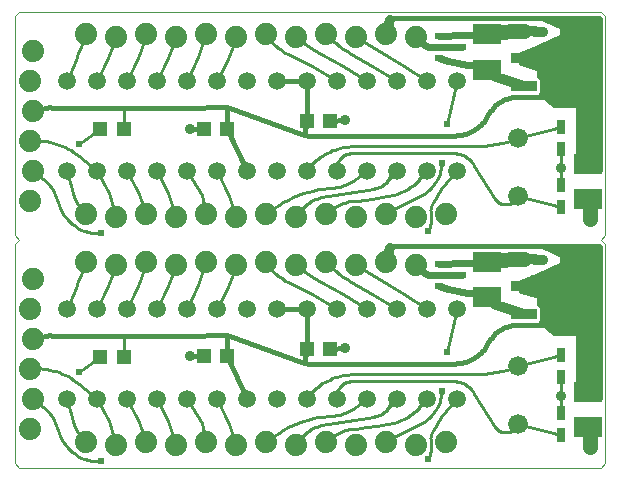
<source format=gtl>
G75*
G70*
%OFA0B0*%
%FSLAX24Y24*%
%IPPOS*%
%LPD*%
%AMOC8*
5,1,8,0,0,1.08239X$1,22.5*
%
%ADD10C,0.0000*%
%ADD11C,0.0591*%
%ADD12C,0.0660*%
%ADD13R,0.0906X0.0374*%
%ADD14R,0.0748X0.1280*%
%ADD15C,0.0740*%
%ADD16R,0.0315X0.0472*%
%ADD17R,0.0472X0.0472*%
%ADD18R,0.0945X0.0709*%
%ADD19R,0.0276X0.0236*%
%ADD20C,0.0100*%
%ADD21C,0.0160*%
%ADD22C,0.0320*%
%ADD23C,0.0500*%
%ADD24C,0.0356*%
%ADD25C,0.0240*%
%ADD26C,0.0120*%
%ADD27C,0.0240*%
D10*
X002416Y003180D02*
X002416Y003180D01*
X002259Y003337D01*
X002259Y003338D02*
X002259Y010621D01*
X002416Y010778D01*
X002259Y010936D01*
X002259Y010937D02*
X002259Y018219D01*
X002416Y018377D01*
X021786Y018377D01*
X021944Y018219D01*
X021944Y010936D01*
X021786Y010778D01*
X021944Y010621D01*
X021944Y003337D01*
X021944Y003337D01*
X021786Y003180D01*
X021785Y003180D02*
X002416Y003180D01*
X002416Y010778D02*
X002416Y010778D01*
X021944Y010935D02*
X021944Y010936D01*
D11*
X016986Y013078D03*
X015986Y013078D03*
X014986Y013078D03*
X013986Y013078D03*
X012986Y013078D03*
X011986Y013078D03*
X010986Y013078D03*
X009986Y013078D03*
X008986Y013078D03*
X007986Y013078D03*
X006986Y013078D03*
X005986Y013078D03*
X004986Y013078D03*
X003986Y013078D03*
X003986Y016078D03*
X004986Y016078D03*
X005986Y016078D03*
X006986Y016078D03*
X007986Y016078D03*
X008986Y016078D03*
X009986Y016078D03*
X010986Y016078D03*
X011986Y016078D03*
X012986Y016078D03*
X013986Y016078D03*
X014986Y016078D03*
X015986Y016078D03*
X016986Y016078D03*
X016986Y008480D03*
X015986Y008480D03*
X014986Y008480D03*
X013986Y008480D03*
X012986Y008480D03*
X011986Y008480D03*
X010986Y008480D03*
X009986Y008480D03*
X008986Y008480D03*
X007986Y008480D03*
X006986Y008480D03*
X005986Y008480D03*
X004986Y008480D03*
X003986Y008480D03*
X003986Y005480D03*
X004986Y005480D03*
X005986Y005480D03*
X006986Y005480D03*
X007986Y005480D03*
X008986Y005480D03*
X009986Y005480D03*
X010986Y005480D03*
X011986Y005480D03*
X012986Y005480D03*
X013986Y005480D03*
X014986Y005480D03*
X015986Y005480D03*
X016986Y005480D03*
D12*
X019044Y004641D03*
X019044Y006562D03*
X019044Y012239D03*
X019044Y014160D03*
D13*
X019237Y015915D03*
X019237Y016820D03*
X019237Y017726D03*
X019237Y010127D03*
X019237Y009222D03*
X019237Y008316D03*
D14*
X021442Y009222D03*
X021442Y016820D03*
D15*
X016632Y011628D03*
X015632Y011528D03*
X014632Y011628D03*
X013632Y011528D03*
X012632Y011628D03*
X011632Y011528D03*
X010632Y011628D03*
X009632Y011528D03*
X008632Y011628D03*
X007632Y011528D03*
X006632Y011628D03*
X005632Y011528D03*
X004632Y011628D03*
X004632Y010030D03*
X005632Y009930D03*
X006632Y010030D03*
X007632Y009930D03*
X008632Y010030D03*
X009632Y009930D03*
X010632Y010030D03*
X011632Y009930D03*
X012632Y010030D03*
X013632Y009930D03*
X014632Y010030D03*
X015632Y009930D03*
X016632Y004030D03*
X015632Y003930D03*
X014632Y004030D03*
X013632Y003930D03*
X012632Y004030D03*
X011632Y003930D03*
X010632Y004030D03*
X009632Y003930D03*
X008632Y004030D03*
X007632Y003930D03*
X006632Y004030D03*
X005632Y003930D03*
X004632Y004030D03*
X002773Y004480D03*
X002873Y005480D03*
X002773Y006480D03*
X002873Y007480D03*
X002773Y008480D03*
X002873Y009480D03*
X002773Y012078D03*
X002873Y013078D03*
X002773Y014078D03*
X002873Y015078D03*
X002773Y016078D03*
X002873Y017078D03*
X004632Y017628D03*
X005632Y017528D03*
X006632Y017628D03*
X007632Y017528D03*
X008632Y017628D03*
X009632Y017528D03*
X010632Y017628D03*
X011632Y017528D03*
X012632Y017628D03*
X013632Y017528D03*
X014632Y017628D03*
X015632Y017528D03*
D16*
X020452Y014519D03*
X020452Y013810D03*
X020452Y012589D03*
X020452Y011881D03*
X020452Y006920D03*
X020452Y006211D03*
X020452Y004991D03*
X020452Y004282D03*
D17*
X012774Y007135D03*
X011987Y007135D03*
X009349Y006884D03*
X008562Y006884D03*
X005885Y006881D03*
X005097Y006881D03*
X005097Y014479D03*
X005885Y014479D03*
X008562Y014482D03*
X009349Y014482D03*
X011987Y014734D03*
X012774Y014734D03*
D18*
X018011Y016449D03*
X018011Y017630D03*
X021359Y013310D03*
X021359Y012129D03*
X018011Y010032D03*
X018011Y008851D03*
X021359Y005711D03*
X021359Y004530D03*
D19*
X017180Y009597D03*
X016393Y009223D03*
X016393Y009971D03*
X016393Y016822D03*
X016393Y017570D03*
X017180Y017196D03*
D20*
X017573Y013220D02*
X018282Y012117D01*
X018283Y012117D02*
X018310Y012086D01*
X018339Y012059D01*
X018371Y012034D01*
X018406Y012012D01*
X018442Y011994D01*
X018479Y011979D01*
X018518Y011967D01*
X018557Y011959D01*
X018598Y011954D01*
X018638Y011953D01*
X018679Y011956D01*
X018719Y011962D01*
X018758Y011972D01*
X018796Y011986D01*
X018833Y012003D01*
X018868Y012023D01*
X018901Y012046D01*
X018932Y012072D01*
X018960Y012101D01*
X018986Y012133D01*
X019008Y012166D01*
X019028Y012202D01*
X019044Y012239D01*
X020452Y011881D01*
X020452Y012589D02*
X020452Y013180D01*
X020452Y013810D01*
X020452Y014519D02*
X019044Y014160D01*
X017337Y013889D02*
X013558Y013889D01*
X013479Y013652D02*
X016904Y013652D01*
X016957Y013650D01*
X017009Y013645D01*
X017061Y013635D01*
X017112Y013622D01*
X017162Y013606D01*
X017211Y013585D01*
X017258Y013562D01*
X017303Y013535D01*
X017346Y013505D01*
X017387Y013471D01*
X017426Y013435D01*
X017461Y013396D01*
X017494Y013355D01*
X017524Y013312D01*
X017550Y013266D01*
X017573Y013219D01*
X016668Y014637D02*
X016986Y016078D01*
X015986Y016078D02*
X015247Y016578D01*
X014986Y016078D02*
X014168Y016578D01*
X013450Y016978D01*
X013208Y016578D02*
X012450Y016978D01*
X012168Y016578D02*
X011350Y016978D01*
X012168Y016578D02*
X012986Y016078D01*
X013208Y016578D02*
X013986Y016078D01*
X011632Y009930D02*
X011828Y009781D01*
X012030Y009639D01*
X012238Y009506D01*
X012450Y009380D01*
X013208Y008980D01*
X013986Y008480D01*
X014168Y008980D02*
X013450Y009380D01*
X012889Y012510D02*
X012713Y012499D01*
X012538Y012479D01*
X012364Y012452D01*
X012191Y012416D01*
X012021Y012371D01*
X011852Y012319D01*
X011687Y012259D01*
X011524Y012191D01*
X011365Y012115D01*
X011209Y012032D01*
X011058Y011941D01*
X010911Y011844D01*
X010769Y011739D01*
X010633Y011628D01*
X009632Y011528D02*
X009408Y012218D01*
X008986Y013078D01*
X008486Y012257D02*
X008632Y011628D01*
X008486Y012257D02*
X007986Y013078D01*
X007368Y012318D02*
X007632Y011528D01*
X007368Y012318D02*
X006986Y013078D01*
X006389Y012297D02*
X006632Y011628D01*
X006389Y012297D02*
X005986Y013078D01*
X004227Y012196D02*
X004254Y012131D01*
X004284Y012067D01*
X004318Y012005D01*
X004354Y011945D01*
X004394Y011887D01*
X004436Y011831D01*
X004481Y011776D01*
X004529Y011725D01*
X004579Y011675D01*
X004632Y011628D01*
X004621Y011053D02*
X004683Y011037D01*
X004746Y011023D01*
X004810Y011013D01*
X004875Y011007D01*
X004939Y011003D01*
X005004Y011003D01*
X005068Y011007D01*
X005133Y011014D01*
X005632Y011528D02*
X005386Y012318D01*
X004986Y013078D01*
X004385Y013574D01*
X004385Y013967D02*
X005097Y014479D01*
X005885Y014479D02*
X005885Y015178D01*
X005986Y016078D02*
X006329Y016778D01*
X006986Y016078D02*
X007329Y016778D01*
X007986Y016078D02*
X008368Y016878D01*
X009329Y016739D02*
X008986Y016078D01*
X004632Y017628D02*
X004536Y017422D01*
X004450Y017211D01*
X004373Y016996D01*
X004308Y016778D01*
X003986Y016078D01*
X004986Y016078D02*
X005329Y016778D01*
X003986Y013078D02*
X004227Y012196D01*
X003755Y011841D02*
X003788Y011774D01*
X003824Y011708D01*
X003864Y011644D01*
X003907Y011582D01*
X003953Y011523D01*
X004001Y011466D01*
X004053Y011411D01*
X004107Y011359D01*
X004164Y011310D01*
X004224Y011264D01*
X004285Y011220D01*
X004349Y011180D01*
X004414Y011144D01*
X004482Y011110D01*
X004551Y011080D01*
X004621Y011054D01*
X003361Y012668D02*
X002873Y013078D01*
X002773Y014078D02*
X002881Y014085D01*
X002989Y014086D01*
X003097Y014082D01*
X003205Y014072D01*
X003313Y014058D01*
X003419Y014038D01*
X003524Y014013D01*
X003628Y013983D01*
X003731Y013949D01*
X003831Y013909D01*
X003930Y013864D01*
X004027Y013815D01*
X004120Y013761D01*
X004212Y013703D01*
X004300Y013640D01*
X004385Y013574D01*
X003361Y012668D02*
X003416Y012594D01*
X003468Y012518D01*
X003517Y012440D01*
X003562Y012359D01*
X003603Y012277D01*
X003641Y012193D01*
X003675Y012107D01*
X003706Y012020D01*
X003732Y011931D01*
X003754Y011842D01*
X006632Y010030D02*
X006571Y009813D01*
X006499Y009598D01*
X006419Y009387D01*
X006329Y009180D01*
X005986Y008480D01*
X005885Y007580D02*
X005885Y006881D01*
X005097Y006881D02*
X004385Y006369D01*
X004385Y005975D02*
X004986Y005480D01*
X005386Y004719D01*
X005632Y003930D01*
X005133Y003416D02*
X005068Y003409D01*
X005004Y003405D01*
X004939Y003405D01*
X004875Y003409D01*
X004810Y003415D01*
X004746Y003425D01*
X004683Y003439D01*
X004621Y003455D01*
X004227Y004597D02*
X003986Y005480D01*
X003361Y005070D02*
X002873Y005480D01*
X002773Y006480D02*
X002881Y006487D01*
X002989Y006488D01*
X003097Y006484D01*
X003205Y006474D01*
X003313Y006460D01*
X003419Y006440D01*
X003524Y006415D01*
X003628Y006385D01*
X003731Y006351D01*
X003831Y006311D01*
X003930Y006266D01*
X004027Y006217D01*
X004120Y006163D01*
X004212Y006105D01*
X004300Y006042D01*
X004385Y005976D01*
X003755Y004243D02*
X003788Y004176D01*
X003824Y004110D01*
X003864Y004046D01*
X003907Y003984D01*
X003953Y003925D01*
X004001Y003868D01*
X004053Y003813D01*
X004107Y003761D01*
X004164Y003712D01*
X004224Y003666D01*
X004285Y003622D01*
X004349Y003582D01*
X004414Y003546D01*
X004482Y003512D01*
X004551Y003482D01*
X004621Y003456D01*
X004632Y004029D02*
X004579Y004076D01*
X004529Y004126D01*
X004481Y004177D01*
X004436Y004232D01*
X004394Y004288D01*
X004354Y004346D01*
X004318Y004406D01*
X004284Y004468D01*
X004254Y004532D01*
X004227Y004597D01*
X005986Y005480D02*
X006389Y004698D01*
X006632Y004030D01*
X007632Y003930D02*
X007368Y004719D01*
X006986Y005480D01*
X007986Y005480D02*
X008486Y004659D01*
X008632Y004030D01*
X009408Y004619D02*
X009632Y003930D01*
X009408Y004619D02*
X008986Y005480D01*
X004308Y009180D02*
X004373Y009398D01*
X004450Y009613D01*
X004536Y009824D01*
X004632Y010030D01*
X004308Y009180D02*
X003986Y008480D01*
X004986Y008480D02*
X005329Y009180D01*
X006986Y008480D02*
X007329Y009180D01*
X007986Y008480D02*
X008368Y009280D01*
X009329Y009141D02*
X008986Y008480D01*
X011350Y009380D02*
X012168Y008980D01*
X012986Y008480D01*
X014168Y008980D02*
X014986Y008480D01*
X015247Y008980D02*
X015986Y008480D01*
X016986Y008480D02*
X016668Y007038D01*
X017337Y006290D02*
X013558Y006290D01*
X013479Y006054D02*
X016904Y006054D01*
X016957Y006052D01*
X017009Y006047D01*
X017061Y006037D01*
X017112Y006024D01*
X017162Y006008D01*
X017211Y005987D01*
X017258Y005964D01*
X017303Y005937D01*
X017346Y005907D01*
X017387Y005873D01*
X017426Y005837D01*
X017461Y005798D01*
X017494Y005757D01*
X017524Y005714D01*
X017550Y005668D01*
X017573Y005621D01*
X018283Y004519D02*
X018310Y004488D01*
X018339Y004461D01*
X018371Y004436D01*
X018406Y004414D01*
X018442Y004396D01*
X018479Y004381D01*
X018518Y004369D01*
X018557Y004361D01*
X018598Y004356D01*
X018638Y004355D01*
X018679Y004358D01*
X018719Y004364D01*
X018758Y004374D01*
X018796Y004388D01*
X018833Y004405D01*
X018868Y004425D01*
X018901Y004448D01*
X018932Y004474D01*
X018960Y004503D01*
X018986Y004535D01*
X019008Y004568D01*
X019028Y004604D01*
X019044Y004641D01*
X020452Y004282D01*
X020452Y004991D02*
X020452Y005582D01*
X020452Y006211D01*
X020452Y006920D02*
X019044Y006562D01*
X015645Y012156D02*
X015433Y012069D01*
X015226Y011972D01*
X015023Y011866D01*
X014825Y011751D01*
X014632Y011628D01*
X016117Y011723D02*
X016125Y011657D01*
X016131Y011591D01*
X016133Y011525D01*
X016132Y011459D01*
X016127Y011393D01*
X016120Y011327D01*
X016109Y011262D01*
X016095Y011197D01*
X016077Y011133D01*
X016078Y011133D02*
X016078Y011118D01*
X016075Y011103D01*
X016069Y011088D01*
X016061Y011075D01*
X016051Y011064D01*
X016038Y011055D01*
X016117Y011723D02*
X016116Y011760D01*
X016118Y011796D01*
X016124Y011832D01*
X016132Y011868D01*
X016144Y011903D01*
X016158Y011936D01*
X016176Y011968D01*
X016196Y011999D01*
X015645Y012156D02*
X015712Y012186D01*
X015777Y012219D01*
X015840Y012256D01*
X015901Y012295D01*
X015959Y012338D01*
X016016Y012385D01*
X016070Y012434D01*
X016121Y012485D01*
X016170Y012540D01*
X016215Y012597D01*
X016258Y012656D01*
X016297Y012717D01*
X016333Y012781D01*
X016365Y012846D01*
X016394Y012913D01*
X016420Y012981D01*
X016442Y013051D01*
X016460Y013121D01*
X016474Y013193D01*
X016485Y013265D01*
X016492Y013337D01*
X013450Y009380D02*
X013321Y009456D01*
X013195Y009538D01*
X013074Y009626D01*
X012956Y009719D01*
X012843Y009818D01*
X012735Y009922D01*
X012632Y010030D01*
X011632Y011529D02*
X011669Y011592D01*
X011710Y011654D01*
X011753Y011713D01*
X011800Y011770D01*
X011850Y011824D01*
X011902Y011876D01*
X011957Y011924D01*
X012015Y011970D01*
X012075Y012012D01*
X012138Y012052D01*
X012202Y012087D01*
X012268Y012120D01*
X012336Y012148D01*
X012405Y012173D01*
X012475Y012195D01*
X012547Y012212D01*
X012619Y012226D01*
X012692Y012235D01*
X013636Y004480D02*
X013980Y004518D01*
X014321Y004570D01*
X014660Y004637D01*
X016117Y004125D02*
X016125Y004059D01*
X016131Y003993D01*
X016133Y003927D01*
X016132Y003861D01*
X016127Y003795D01*
X016120Y003729D01*
X016109Y003664D01*
X016095Y003599D01*
X016077Y003535D01*
X016078Y003534D02*
X016078Y003519D01*
X016075Y003504D01*
X016069Y003489D01*
X016061Y003476D01*
X016051Y003465D01*
X016038Y003456D01*
X016117Y004125D02*
X016116Y004162D01*
X016118Y004198D01*
X016124Y004234D01*
X016132Y004270D01*
X016144Y004305D01*
X016158Y004338D01*
X016176Y004370D01*
X016196Y004401D01*
X015645Y004558D02*
X015712Y004588D01*
X015777Y004621D01*
X015840Y004658D01*
X015901Y004697D01*
X015959Y004740D01*
X016016Y004787D01*
X016070Y004836D01*
X016121Y004887D01*
X016170Y004942D01*
X016215Y004999D01*
X016258Y005058D01*
X016297Y005119D01*
X016333Y005183D01*
X016365Y005248D01*
X016394Y005315D01*
X016420Y005383D01*
X016442Y005453D01*
X016460Y005523D01*
X016474Y005595D01*
X016485Y005667D01*
X016492Y005739D01*
X015763Y005188D02*
X015704Y005128D01*
X015642Y005071D01*
X015578Y005017D01*
X015511Y004967D01*
X015442Y004919D01*
X015371Y004875D01*
X015298Y004834D01*
X015223Y004796D01*
X015146Y004762D01*
X015068Y004732D01*
X014988Y004705D01*
X014907Y004682D01*
X014826Y004663D01*
X014743Y004648D01*
X014660Y004636D01*
X013986Y005480D02*
X013519Y005149D01*
X012986Y005480D02*
X012981Y005522D01*
X012980Y005565D01*
X012983Y005608D01*
X012989Y005651D01*
X012999Y005692D01*
X013013Y005733D01*
X013030Y005773D01*
X013050Y005810D01*
X013074Y005846D01*
X013100Y005880D01*
X013130Y005911D01*
X013162Y005940D01*
X013196Y005966D01*
X013232Y005989D01*
X013271Y006008D01*
X013310Y006025D01*
X013351Y006037D01*
X013393Y006047D01*
X013436Y006052D01*
X013479Y006054D01*
X014227Y004874D02*
X014281Y004886D01*
X014335Y004903D01*
X014387Y004922D01*
X014437Y004946D01*
X014486Y004972D01*
X014533Y005002D01*
X014578Y005034D01*
X014621Y005070D01*
X014662Y005108D01*
X014699Y005149D01*
X013558Y006290D02*
X013466Y006288D01*
X013375Y006281D01*
X013283Y006270D01*
X013193Y006255D01*
X013103Y006236D01*
X013015Y006212D01*
X012927Y006184D01*
X012841Y006152D01*
X012757Y006116D01*
X012674Y006076D01*
X012594Y006032D01*
X012515Y005984D01*
X012439Y005932D01*
X012366Y005877D01*
X012295Y005819D01*
X012227Y005757D01*
X012162Y005692D01*
X012100Y005624D01*
X012042Y005553D01*
X011987Y005480D01*
X012889Y004913D02*
X012956Y004921D01*
X013023Y004933D01*
X013090Y004949D01*
X013155Y004968D01*
X013219Y004990D01*
X013282Y005015D01*
X013344Y005044D01*
X013404Y005076D01*
X013462Y005111D01*
X013519Y005149D01*
X012692Y004636D02*
X012619Y004627D01*
X012547Y004613D01*
X012475Y004596D01*
X012405Y004574D01*
X012336Y004549D01*
X012268Y004521D01*
X012202Y004488D01*
X012138Y004453D01*
X012075Y004413D01*
X012015Y004371D01*
X011957Y004325D01*
X011902Y004277D01*
X011850Y004225D01*
X011800Y004171D01*
X011753Y004114D01*
X011710Y004055D01*
X011669Y003993D01*
X011632Y003930D01*
X012632Y004030D02*
X012685Y004083D01*
X012742Y004133D01*
X012800Y004180D01*
X012861Y004224D01*
X012925Y004264D01*
X012990Y004302D01*
X013057Y004336D01*
X013125Y004367D01*
X013195Y004394D01*
X013267Y004417D01*
X013339Y004437D01*
X013413Y004454D01*
X013487Y004466D01*
X013561Y004475D01*
X013636Y004480D01*
X012889Y004912D02*
X012713Y004901D01*
X012538Y004881D01*
X012364Y004854D01*
X012191Y004818D01*
X012021Y004773D01*
X011852Y004721D01*
X011687Y004661D01*
X011524Y004593D01*
X011365Y004517D01*
X011209Y004434D01*
X011058Y004343D01*
X010911Y004246D01*
X010769Y004141D01*
X010633Y004030D01*
X012632Y011628D02*
X012685Y011681D01*
X012742Y011731D01*
X012800Y011778D01*
X012861Y011822D01*
X012925Y011862D01*
X012990Y011900D01*
X013057Y011934D01*
X013125Y011965D01*
X013195Y011992D01*
X013267Y012015D01*
X013339Y012035D01*
X013413Y012052D01*
X013487Y012064D01*
X013561Y012073D01*
X013636Y012078D01*
X013558Y013888D02*
X013466Y013886D01*
X013375Y013879D01*
X013283Y013868D01*
X013193Y013853D01*
X013103Y013834D01*
X013015Y013810D01*
X012927Y013782D01*
X012841Y013750D01*
X012757Y013714D01*
X012674Y013674D01*
X012594Y013630D01*
X012515Y013582D01*
X012439Y013530D01*
X012366Y013475D01*
X012295Y013417D01*
X012227Y013355D01*
X012162Y013290D01*
X012100Y013222D01*
X012042Y013151D01*
X011987Y013078D01*
X012889Y012511D02*
X012956Y012519D01*
X013023Y012531D01*
X013090Y012547D01*
X013155Y012566D01*
X013219Y012588D01*
X013282Y012613D01*
X013344Y012642D01*
X013404Y012674D01*
X013462Y012709D01*
X013519Y012747D01*
X013986Y013078D01*
X014227Y012472D02*
X014281Y012484D01*
X014335Y012501D01*
X014387Y012520D01*
X014437Y012544D01*
X014486Y012570D01*
X014533Y012600D01*
X014578Y012632D01*
X014621Y012668D01*
X014662Y012706D01*
X014699Y012747D01*
X013479Y013653D02*
X013436Y013651D01*
X013393Y013646D01*
X013351Y013636D01*
X013310Y013624D01*
X013271Y013607D01*
X013232Y013588D01*
X013196Y013565D01*
X013162Y013539D01*
X013130Y013510D01*
X013100Y013479D01*
X013074Y013445D01*
X013050Y013409D01*
X013030Y013372D01*
X013013Y013332D01*
X012999Y013291D01*
X012989Y013250D01*
X012983Y013207D01*
X012980Y013164D01*
X012981Y013121D01*
X012986Y013079D01*
X014660Y012234D02*
X014743Y012246D01*
X014826Y012261D01*
X014907Y012280D01*
X014988Y012303D01*
X015068Y012330D01*
X015146Y012360D01*
X015223Y012394D01*
X015298Y012432D01*
X015371Y012473D01*
X015442Y012517D01*
X015511Y012565D01*
X015578Y012615D01*
X015642Y012669D01*
X015704Y012726D01*
X015763Y012786D01*
X017337Y006290D02*
X017530Y006287D01*
X017724Y006292D01*
X017916Y006306D01*
X018108Y006328D01*
X018299Y006358D01*
X018488Y006397D01*
X018676Y006444D01*
X018861Y006499D01*
X019043Y006562D01*
X008632Y010030D02*
X008495Y009657D01*
X008369Y009280D01*
X010632Y010031D02*
X010672Y009966D01*
X010715Y009904D01*
X010760Y009843D01*
X010809Y009785D01*
X010860Y009729D01*
X010914Y009676D01*
X010970Y009625D01*
X011028Y009577D01*
X011089Y009532D01*
X011151Y009490D01*
X011216Y009450D01*
X011282Y009414D01*
X011350Y009381D01*
X017337Y013889D02*
X017530Y013886D01*
X017724Y013891D01*
X017916Y013905D01*
X018108Y013927D01*
X018299Y013957D01*
X018488Y013996D01*
X018676Y014043D01*
X018861Y014098D01*
X019043Y014161D01*
X008632Y017628D02*
X008495Y017255D01*
X008369Y016878D01*
X010632Y017629D02*
X010672Y017564D01*
X010715Y017502D01*
X010760Y017441D01*
X010809Y017383D01*
X010860Y017327D01*
X010914Y017274D01*
X010970Y017223D01*
X011028Y017175D01*
X011089Y017130D01*
X011151Y017088D01*
X011216Y017048D01*
X011282Y017012D01*
X011350Y016979D01*
X013636Y012078D02*
X013980Y012116D01*
X014321Y012168D01*
X014660Y012235D01*
X016195Y011999D02*
X016333Y012229D01*
X016482Y012452D01*
X016640Y012669D01*
X016808Y012878D01*
X016986Y013079D01*
X013450Y016978D02*
X013321Y017054D01*
X013195Y017136D01*
X013074Y017224D01*
X012956Y017317D01*
X012843Y017416D01*
X012735Y017520D01*
X012632Y017628D01*
X012450Y016978D02*
X012238Y017104D01*
X012030Y017237D01*
X011828Y017379D01*
X011632Y017528D01*
X006632Y017628D02*
X006571Y017411D01*
X006499Y017196D01*
X006419Y016985D01*
X006329Y016778D01*
X009632Y009930D02*
X009486Y009533D01*
X009328Y009141D01*
X003361Y005069D02*
X003416Y004995D01*
X003468Y004919D01*
X003517Y004841D01*
X003562Y004760D01*
X003603Y004678D01*
X003641Y004594D01*
X003675Y004508D01*
X003706Y004421D01*
X003732Y004332D01*
X003754Y004243D01*
X017573Y005621D02*
X018282Y004518D01*
X016986Y005480D02*
X016808Y005279D01*
X016640Y005070D01*
X016482Y004853D01*
X016333Y004630D01*
X016195Y004400D01*
X015645Y004558D02*
X015433Y004471D01*
X015226Y004374D01*
X015023Y004268D01*
X014825Y004153D01*
X014632Y004030D01*
X007328Y009180D02*
X007486Y009553D01*
X007631Y009930D01*
X005631Y009930D02*
X005486Y009553D01*
X005328Y009180D01*
X009328Y016740D02*
X009486Y017132D01*
X009632Y017529D01*
X007631Y017528D02*
X007486Y017151D01*
X007328Y016778D01*
X005631Y017528D02*
X005486Y017151D01*
X005328Y016778D01*
X012691Y004637D02*
X014227Y004873D01*
X012691Y012235D02*
X014227Y012471D01*
X013632Y009929D02*
X015247Y008979D01*
X015247Y016578D02*
X013632Y017528D01*
D21*
X014750Y018098D02*
X014761Y018117D01*
X014775Y018135D01*
X014791Y018150D01*
X014809Y018162D01*
X014829Y018172D01*
X014850Y018178D01*
X020526Y018180D01*
X021442Y016820D01*
X021764Y016813D02*
X019144Y016813D01*
X019144Y016678D02*
X019144Y016978D01*
X019644Y017178D01*
X020491Y017550D01*
X020491Y017865D01*
X019841Y018178D01*
X021730Y018178D01*
X021764Y018145D01*
X021764Y013112D01*
X021044Y013112D01*
X021044Y015257D01*
X020244Y015257D01*
X019798Y015638D01*
X019830Y015670D01*
X019830Y016160D01*
X019748Y016242D01*
X019746Y016242D01*
X019746Y016482D01*
X019144Y016678D01*
X019219Y016654D02*
X021764Y016654D01*
X021764Y016496D02*
X019705Y016496D01*
X019746Y016337D02*
X021764Y016337D01*
X021764Y016179D02*
X019811Y016179D01*
X019830Y016020D02*
X021764Y016020D01*
X021764Y015862D02*
X019830Y015862D01*
X019830Y015703D02*
X021764Y015703D01*
X021764Y015545D02*
X019907Y015545D01*
X019936Y015542D02*
X019030Y015542D01*
X018967Y015540D01*
X018903Y015535D01*
X018841Y015526D01*
X018778Y015513D01*
X018717Y015497D01*
X018657Y015478D01*
X018598Y015455D01*
X018540Y015429D01*
X018484Y015399D01*
X018429Y015366D01*
X018377Y015331D01*
X018327Y015292D01*
X018279Y015251D01*
X018233Y015207D01*
X018190Y015160D01*
X018150Y015111D01*
X018112Y015060D01*
X018078Y015007D01*
X018046Y014952D01*
X018011Y014889D01*
X017972Y014828D01*
X017929Y014769D01*
X017884Y014713D01*
X017835Y014659D01*
X017784Y014608D01*
X017730Y014560D01*
X017674Y014515D01*
X017615Y014473D01*
X017554Y014434D01*
X017491Y014398D01*
X017426Y014366D01*
X017360Y014338D01*
X017292Y014313D01*
X017222Y014292D01*
X017152Y014274D01*
X017081Y014261D01*
X017009Y014251D01*
X016937Y014245D01*
X016865Y014243D01*
X012101Y014243D01*
X011908Y014261D01*
X009349Y015188D01*
X009349Y014482D01*
X009986Y013078D01*
X008562Y014482D02*
X008089Y014482D01*
X007866Y015178D02*
X009349Y015188D01*
X007866Y015178D02*
X005885Y015178D01*
X003486Y015178D01*
X003440Y015188D01*
X002873Y015078D01*
X003440Y007589D02*
X002873Y007480D01*
X003440Y007589D02*
X003486Y007580D01*
X005885Y007580D01*
X007866Y007580D01*
X009349Y007589D01*
X011908Y006663D01*
X012101Y006645D01*
X016865Y006645D01*
X016865Y006644D02*
X016937Y006646D01*
X017009Y006652D01*
X017081Y006662D01*
X017152Y006675D01*
X017222Y006693D01*
X017292Y006714D01*
X017360Y006739D01*
X017426Y006767D01*
X017491Y006799D01*
X017554Y006835D01*
X017615Y006874D01*
X017674Y006916D01*
X017730Y006961D01*
X017784Y007009D01*
X017835Y007060D01*
X017884Y007114D01*
X017929Y007170D01*
X017972Y007229D01*
X018011Y007290D01*
X018046Y007353D01*
X018078Y007408D01*
X018112Y007461D01*
X018150Y007512D01*
X018190Y007561D01*
X018233Y007608D01*
X018279Y007652D01*
X018327Y007693D01*
X018377Y007732D01*
X018429Y007767D01*
X018484Y007800D01*
X018540Y007830D01*
X018598Y007856D01*
X018657Y007879D01*
X018717Y007898D01*
X018778Y007914D01*
X018841Y007927D01*
X018903Y007936D01*
X018967Y007941D01*
X019030Y007943D01*
X019030Y007944D02*
X019936Y007944D01*
X019919Y007937D02*
X021764Y007937D01*
X021764Y008095D02*
X019830Y008095D01*
X019830Y008071D02*
X019830Y008561D01*
X019748Y008643D01*
X019746Y008643D01*
X019746Y008884D01*
X019144Y009080D01*
X019144Y009380D01*
X019644Y009580D01*
X020491Y009952D01*
X020491Y010267D01*
X019841Y010580D01*
X021730Y010580D01*
X021764Y010546D01*
X021764Y005514D01*
X021044Y005514D01*
X021044Y007659D01*
X020244Y007659D01*
X019798Y008039D01*
X019830Y008071D01*
X019830Y008254D02*
X021764Y008254D01*
X021764Y008412D02*
X019830Y008412D01*
X019821Y008571D02*
X021764Y008571D01*
X021764Y008729D02*
X019746Y008729D01*
X019735Y008888D02*
X021764Y008888D01*
X021764Y009046D02*
X019248Y009046D01*
X019144Y009205D02*
X021764Y009205D01*
X021764Y009363D02*
X019144Y009363D01*
X019498Y009522D02*
X021764Y009522D01*
X021764Y009680D02*
X019872Y009680D01*
X020233Y009839D02*
X021764Y009839D01*
X021764Y009997D02*
X020491Y009997D01*
X020491Y010156D02*
X021764Y010156D01*
X021764Y010314D02*
X020393Y010314D01*
X020526Y010582D02*
X021442Y009222D01*
X020251Y009204D02*
X020841Y007708D01*
X021044Y007620D02*
X021764Y007620D01*
X021764Y007778D02*
X020104Y007778D01*
X021044Y007461D02*
X021764Y007461D01*
X021764Y007303D02*
X021044Y007303D01*
X021044Y007144D02*
X021764Y007144D01*
X021764Y006986D02*
X021044Y006986D01*
X021044Y006827D02*
X021764Y006827D01*
X021764Y006669D02*
X021044Y006669D01*
X021044Y006510D02*
X021764Y006510D01*
X021764Y006352D02*
X021044Y006352D01*
X021044Y006193D02*
X021764Y006193D01*
X021764Y006035D02*
X021044Y006035D01*
X021044Y005876D02*
X021764Y005876D01*
X021764Y005718D02*
X021044Y005718D01*
X021044Y005559D02*
X021764Y005559D01*
X021764Y010473D02*
X020064Y010473D01*
X020526Y010582D02*
X014850Y010580D01*
X014829Y010574D01*
X014809Y010564D01*
X014791Y010552D01*
X014775Y010537D01*
X014761Y010519D01*
X014750Y010500D01*
X011986Y008480D02*
X011987Y007135D01*
X011908Y006663D01*
X012774Y007135D02*
X013268Y007174D01*
X011986Y008480D02*
X010986Y008480D01*
X009349Y007589D02*
X009349Y006884D01*
X009986Y005480D01*
X008562Y006884D02*
X008089Y006884D01*
X011908Y014261D02*
X011987Y014734D01*
X011986Y016078D01*
X010986Y016078D01*
X012774Y014734D02*
X013268Y014773D01*
X019144Y016971D02*
X021764Y016971D01*
X021764Y017130D02*
X019522Y017130D01*
X019894Y017288D02*
X021764Y017288D01*
X021764Y017447D02*
X020255Y017447D01*
X020491Y017605D02*
X021764Y017605D01*
X021764Y017764D02*
X020491Y017764D01*
X020373Y017922D02*
X021764Y017922D01*
X021764Y018081D02*
X020044Y018081D01*
X020251Y016802D02*
X020841Y015306D01*
X021044Y015228D02*
X021764Y015228D01*
X021764Y015386D02*
X020093Y015386D01*
X021044Y015069D02*
X021764Y015069D01*
X021764Y014911D02*
X021044Y014911D01*
X021044Y014752D02*
X021764Y014752D01*
X021764Y014594D02*
X021044Y014594D01*
X021044Y014435D02*
X021764Y014435D01*
X021764Y014277D02*
X021044Y014277D01*
X021044Y014118D02*
X021764Y014118D01*
X021764Y013960D02*
X021044Y013960D01*
X021044Y013801D02*
X021764Y013801D01*
X021764Y013643D02*
X021044Y013643D01*
X021044Y013484D02*
X021764Y013484D01*
X021764Y013326D02*
X021044Y013326D01*
X021044Y013167D02*
X021764Y013167D01*
D22*
X019861Y010109D02*
X019237Y010127D01*
X018011Y008851D02*
X018286Y008613D01*
X019237Y008316D01*
X014632Y010030D02*
X014750Y010500D01*
X018286Y016211D02*
X019237Y015915D01*
X018286Y016211D02*
X018011Y016449D01*
X019237Y017726D02*
X019861Y017708D01*
X014750Y018098D02*
X014632Y017628D01*
D23*
X018011Y017630D02*
X018084Y017686D01*
X019237Y017726D01*
X021359Y012129D02*
X021430Y012065D01*
X021430Y011450D01*
X019237Y010127D02*
X018084Y010088D01*
X018011Y010032D01*
X021359Y004530D02*
X021430Y004467D01*
X021430Y003852D01*
D24*
X021430Y003852D03*
X020452Y005582D03*
X019861Y010109D03*
X021430Y011450D03*
X020452Y013180D03*
X019861Y017708D03*
X013268Y014773D03*
X008089Y014482D03*
X013268Y007174D03*
X008089Y006884D03*
D25*
X015632Y009930D02*
X015841Y009755D01*
X015842Y009755D02*
X015861Y009728D01*
X015883Y009702D01*
X015908Y009679D01*
X015934Y009659D01*
X015963Y009641D01*
X015993Y009626D01*
X016024Y009614D01*
X016056Y009605D01*
X016090Y009599D01*
X016123Y009597D01*
X016157Y009598D01*
X016156Y009597D02*
X017180Y009597D01*
X016393Y009971D02*
X018011Y010032D01*
X018011Y008850D02*
X017918Y008886D01*
X017824Y008918D01*
X017729Y008945D01*
X017632Y008967D01*
X017534Y008985D01*
X017436Y008998D01*
X017337Y009006D01*
X018011Y016449D02*
X017918Y016485D01*
X017824Y016517D01*
X017729Y016544D01*
X017632Y016566D01*
X017534Y016584D01*
X017436Y016597D01*
X017337Y016605D01*
X017180Y017196D02*
X016156Y017196D01*
X016157Y017196D02*
X016123Y017195D01*
X016090Y017197D01*
X016056Y017203D01*
X016024Y017212D01*
X015993Y017224D01*
X015963Y017239D01*
X015934Y017257D01*
X015908Y017277D01*
X015883Y017300D01*
X015861Y017326D01*
X015842Y017353D01*
X015841Y017353D02*
X015632Y017528D01*
X016393Y017570D02*
X018011Y017630D01*
X016392Y009223D02*
X016705Y009139D01*
X017020Y009067D01*
X017337Y009006D01*
X017337Y016605D02*
X017020Y016666D01*
X016705Y016738D01*
X016392Y016822D01*
D26*
X015986Y013078D02*
X015763Y012786D01*
X014986Y013078D02*
X014700Y012747D01*
X014986Y005480D02*
X014700Y005149D01*
X015763Y005188D02*
X015986Y005480D01*
D27*
X016491Y005739D03*
X016668Y007038D03*
X016038Y003456D03*
X016038Y011054D03*
X016491Y013337D03*
X016668Y014637D03*
X005133Y011015D03*
X004385Y013967D03*
X004385Y006369D03*
X005133Y003416D03*
M02*

</source>
